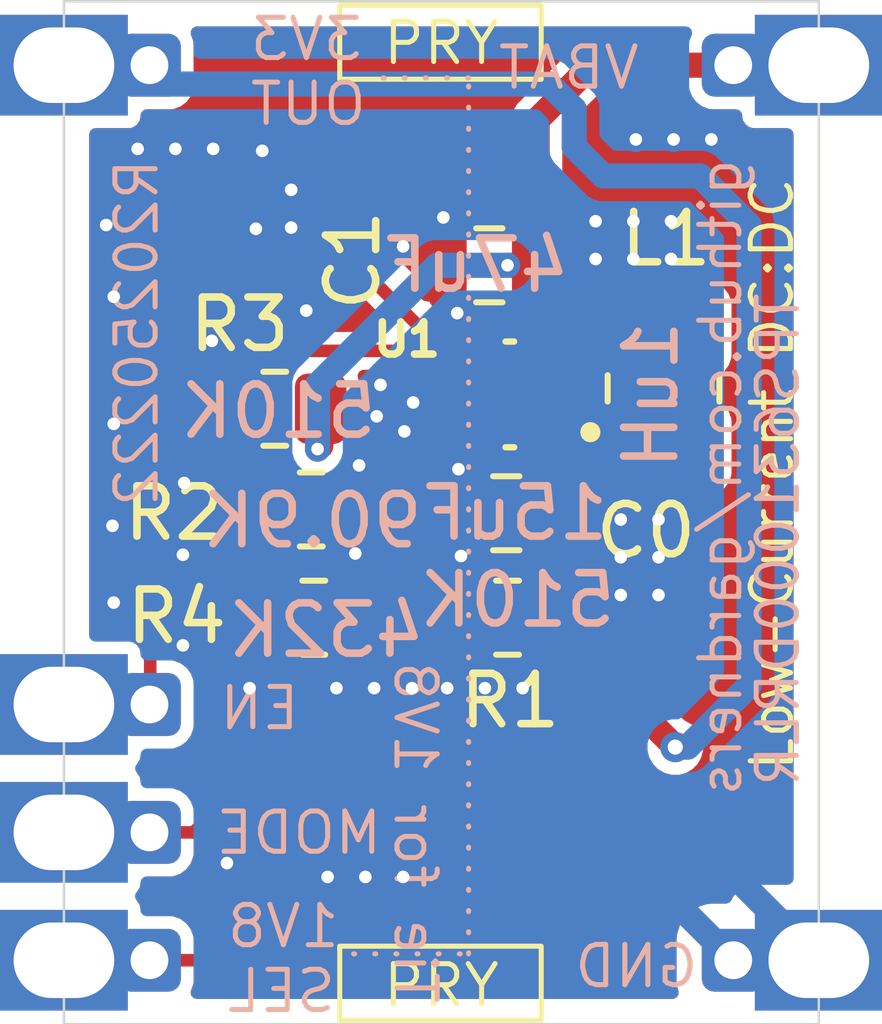
<source format=kicad_pcb>
(kicad_pcb (version 20241229) (generator "pcbnew") (generator_version "9.0")
  (title_block (title "megaphone-low-current-dc-dc-converter") (rev "0.2"))
  (layers (0 "F.Cu" signal) (2 "B.Cu" signal) (13 "F.Paste" user) (15 "B.Paste" user) (5 "F.SilkS" user "F.Silkscreen") (7 "B.SilkS" user "B.Silkscreen") (1 "F.Mask" user) (3 "B.Mask" user) (25 "Edge.Cuts" user))
  (net 0 "")
  (net 1 "VBAT")
  (net 2 "VOUT")
  (net 3 "EN")
  (net 4 "Net-(U1-LX2)")
  (net 5 "Net-(U1-LX1)")
  (net 6 "SEL1V8")
  (net 7 "Net-(U1-FB)")
  (net 8 "MODE")
  (net 9 "GND")
  (footprint "Capacitor_SMD:C_0805_2012Metric" (layer "F.Cu") (at 121.188 70.65)
    (property "Reference" "C1" (at -2.713 -0.1 90) (layer "F.SilkS"))
    (property "Value" "47uF" (at -0.266 0 0) (layer "B.SilkS") (effects (justify mirror)))
    (fp_line (start -0.261252 -0.735) (end 0.261252 -0.735) (stroke (width 0.12)) (layer "F.SilkS"))
    (fp_line (start -0.261252 0.735) (end 0.261252 0.735) (stroke (width 0.12)) (layer "F.SilkS"))
    (pad "1" smd roundrect (at -0.95 0) (size 1 1.45) (layers "F.Cu" "F.Mask" "F.Paste") (net 9 "GND"))
    (pad "2" smd roundrect (at 0.95 0) (size 1 1.45) (layers "F.Cu" "F.Mask" "F.Paste") (net 1 "VBAT"))
  )
  (footprint "Inductor_SMD:L_1008_2520Metric_Pad1.43x2.20mm_HandSolder" (layer "F.Cu") (at 124.65 73.0955 -90)
    (property "Reference" "L1" (at -2.9705 -0.05 180) (layer "F.SilkS"))
    (property "Value" "1uH" (at 0.1295 0.25 90) (layer "B.SilkS") (effects (justify mirror)))
    (fp_line (start -0.261252 1.11) (end 0.261252 1.11) (stroke (width 0.12)) (layer "F.SilkS"))
    (fp_line (start -0.261252 -1.11) (end 0.261252 -1.11) (stroke (width 0.12)) (layer "F.SilkS"))
    (pad "1" smd roundrect (at -1.1625 0 270) (size 1.425 2.2) (layers "F.Cu" "F.Mask" "F.Paste") (roundrect_rratio 0.175439) (net 5 "Net-(U1-LX1)"))
    (pad "2" smd roundrect (at 1.1625 0 270) (size 1.425 2.2) (layers "F.Cu" "F.Mask" "F.Paste") (roundrect_rratio 0.175439) (net 4 "Net-(U1-LX2)"))
  )
  (footprint "Capacitor_SMD:C_0805_2012Metric" (layer "F.Cu") (at 121.525 75.575 180)
    (property "Reference" "C0" (at -2.775 -0.35 0) (layer "F.SilkS"))
    (property "Value" "15uF" (at -0.175 0 0) (layer "B.SilkS") (effects (justify mirror)))
    (fp_line (start -0.261252 0.735) (end 0.261252 0.735) (stroke (width 0.12)) (layer "F.SilkS"))
    (fp_line (start -0.261252 -0.735) (end 0.261252 -0.735) (stroke (width 0.12)) (layer "F.SilkS"))
    (pad "1" smd roundrect (at -0.95 0 180) (size 1 1.45) (layers "F.Cu" "F.Mask" "F.Paste") (net 2 "VOUT"))
    (pad "2" smd roundrect (at 0.95 0 180) (size 1 1.45) (layers "F.Cu" "F.Mask" "F.Paste") (net 9 "GND"))
  )
  (footprint "Resistor_SMD:R_0805_2012Metric" (layer "F.Cu") (at 117.7 77.65)
    (property "Reference" "R4" (at -2.725 -0.025 0) (layer "F.SilkS"))
    (property "Value" "432K" (at 0.25 0.25 0) (layer "B.SilkS") (effects (justify mirror)))
    (fp_line (start -0.227064 -0.735) (end 0.227064 -0.735) (stroke (width 0.12)) (layer "F.SilkS"))
    (fp_line (start -0.227064 0.735) (end 0.227064 0.735) (stroke (width 0.12)) (layer "F.SilkS"))
    (pad "1" smd roundrect (at -0.9125 0) (size 1.025 1.4) (layers "F.Cu" "F.Mask" "F.Paste") (roundrect_rratio 0.243902) (net 6 "SEL1V8"))
    (pad "2" smd roundrect (at 0.9125 0) (size 1.025 1.4) (layers "F.Cu" "F.Mask" "F.Paste") (roundrect_rratio 0.243902) (net 7 "Net-(U1-FB)"))
  )
  (footprint "Resistor_SMD:R_0805_2012Metric" (layer "F.Cu") (at 121.55 77.65 180)
    (property "Reference" "R1" (at -0.05 -1.65 0) (layer "F.SilkS"))
    (property "Value" "510K" (at -0.2 0.35 0) (layer "B.SilkS") (effects (justify mirror)))
    (fp_line (start -0.227064 0.735) (end 0.227064 0.735) (stroke (width 0.12)) (layer "F.SilkS"))
    (fp_line (start -0.227064 -0.735) (end 0.227064 -0.735) (stroke (width 0.12)) (layer "F.SilkS"))
    (pad "1" smd roundrect (at -0.9125 0 180) (size 1.025 1.4) (layers "F.Cu" "F.Mask" "F.Paste") (roundrect_rratio 0.243902) (net 2 "VOUT"))
    (pad "2" smd roundrect (at 0.9125 0 180) (size 1.025 1.4) (layers "F.Cu" "F.Mask" "F.Paste") (roundrect_rratio 0.243902) (net 7 "Net-(U1-FB)"))
  )
  (footprint "megaphone-low-current-dc-dc-converter:SOT50P160X60-8N" (layer "F.Cu") (at 121.596 73.215 180)
    (property "Reference" "U1" (at 2.046 1.09 0) (layer "F.SilkS") (effects (font (size 0.64 0.64))))
    (property "Value" "TPS631000DRLR" (at -5.329 -2.885 90) (layer "B.SilkS") (effects (font (size 0.8 0.8) (thickness 0.1)) (justify mirror)))
    (fp_line (start 0.085 1.05) (end -0.085 1.05) (stroke (width 0.127)) (layer "F.SilkS"))
    (fp_line (start -0.085 -1.05) (end 0.085 -1.05) (stroke (width 0.127)) (layer "F.SilkS"))
    (fp_circle (center -1.6 -0.75) (end -1.5 -0.75) (stroke (width 0.2)) (fill no) (layer "F.SilkS"))
    (pad "1" smd rect (at -0.735 -0.75 180) (size 0.66 0.32) (layers "F.Cu" "F.Paste") (net 2 "VOUT"))
    (pad "2" smd rect (at -0.735 -0.25 180) (size 0.66 0.32) (layers "F.Cu" "F.Paste") (net 4 "Net-(U1-LX2)"))
    (pad "3" smd rect (at -0.735 0.25 180) (size 0.66 0.32) (layers "F.Cu" "F.Paste") (net 5 "Net-(U1-LX1)"))
    (pad "4" smd rect (at -0.735 0.75 180) (size 0.66 0.32) (layers "F.Cu" "F.Paste") (net 1 "VBAT"))
    (pad "5" smd rect (at 0.735 0.75 180) (size 0.66 0.32) (layers "F.Cu" "F.Paste") (net 3 "EN"))
    (pad "6" smd rect (at 0.735 0.25 180) (size 0.66 0.32) (layers "F.Cu" "F.Paste") (net 8 "MODE"))
    (pad "7" smd rect (at 0.735 -0.25 180) (size 0.66 0.32) (layers "F.Cu" "F.Paste") (net 9 "GND"))
    (pad "8" smd rect (at 0.735 -0.75 180) (size 0.66 0.32) (layers "F.Cu" "F.Paste") (net 7 "Net-(U1-FB)"))
  )
  (footprint "Resistor_SMD:R_0805_2012Metric" (layer "F.Cu") (at 117.65 75.5)
    (property "Reference" "R2" (at -2.725 0.075 0) (layer "F.SilkS"))
    (property "Value" "90.9K" (at 0.025 0.225 0) (layer "B.SilkS") (effects (justify mirror)))
    (fp_line (start -0.227064 -0.735) (end 0.227064 -0.735) (stroke (width 0.12)) (layer "F.SilkS"))
    (fp_line (start -0.227064 0.735) (end 0.227064 0.735) (stroke (width 0.12)) (layer "F.SilkS"))
    (pad "1" smd roundrect (at -0.9125 0) (size 1.025 1.4) (layers "F.Cu" "F.Mask" "F.Paste") (roundrect_rratio 0.243902) (net 7 "Net-(U1-FB)"))
    (pad "2" smd roundrect (at 0.9125 0) (size 1.025 1.4) (layers "F.Cu" "F.Mask" "F.Paste") (roundrect_rratio 0.243902) (net 9 "GND"))
  )
  (footprint "Resistor_SMD:R_0805_2012Metric" (layer "F.Cu") (at 116.925 73.5 180)
    (property "Reference" "R3" (at 0.7 1.675 0) (layer "F.SilkS"))
    (property "Value" "510K" (at -0.075 -0.05 0) (layer "B.SilkS") (effects (justify mirror)))
    (fp_line (start -0.227064 0.735) (end 0.227064 0.735) (stroke (width 0.12)) (layer "F.SilkS"))
    (fp_line (start -0.227064 -0.735) (end 0.227064 -0.735) (stroke (width 0.12)) (layer "F.SilkS"))
    (pad "1" smd roundrect (at -0.9125 0 180) (size 1.025 1.4) (layers "F.Cu" "F.Mask" "F.Paste") (roundrect_rratio 0.243902) (net 1 "VBAT"))
    (pad "2" smd roundrect (at 0.9125 0 180) (size 1.025 1.4) (layers "F.Cu" "F.Mask" "F.Paste") (roundrect_rratio 0.243902) (net 8 "MODE"))
  )
  (footprint "megaphone-low-current-dc-dc-converter Footprint Library:MegaCastle2x8-Module-I15.0x15.5-M8187-SPAREPAD" (layer "B.Cu") (at 120.235 75.565 180)
    (property "Reference" "M2" (hide yes))
    (property "Value" "~" (hide yes))
    (fp_rect (start -1.984241 8.611) (end 2.019516 10.08) (stroke (width 0.1)) (fill no) (layer "F.SilkS"))
    (fp_rect (start -1.984241 -8.611) (end 2.019516 -10.08) (stroke (width 0.1)) (fill no) (layer "F.SilkS"))
    (fp_line (start 7.5 10.16) (end 7.5 -10.16) (stroke (width 0.05)) (layer "Edge.Cuts"))
    (fp_line (start -7.5 10.16) (end 7.5 10.16) (stroke (width 0.05)) (layer "Edge.Cuts"))
    (fp_line (start -7.5 10.16) (end -7.5 -10.16) (stroke (width 0.05)) (layer "Edge.Cuts"))
    (fp_line (start -7.5 -10.16) (end 7.5 -10.16) (stroke (width 0.05)) (layer "Edge.Cuts"))
    (fp_text user "PRY" (at 0 8.86 0) (layer "F.SilkS") (effects (font (size 0.8 0.8) (thickness 0.1)) (justify bottom)))
    (fp_text user "PRY" (at 0 -9.86 0) (layer "F.SilkS") (effects (font (size 0.8 0.8) (thickness 0.1)) (justify bottom)))
    (pad "1" thru_hole rect (at -7.5 8.89 180) (size 2.54 2) (drill oval 2 1.5) (property pad_prop_castellated) (layers "*.Cu" "*.Mask") (net 1 "VBAT"))
    (pad "1" thru_hole roundrect (at -5.8 8.89) (size 1.25 1.25) (drill 0.75) (layers "*.Cu" "*.Mask") (roundrect_rratio 0.2) (net 1 "VBAT"))
    (pad "8" thru_hole rect (at -7.5 -8.89 180) (size 2.54 2) (drill oval 2 1.5) (property pad_prop_castellated) (layers "*.Cu" "*.Mask") (net 9 "GND"))
    (pad "8" thru_hole roundrect (at -5.8 -8.89) (size 1.25 1.25) (drill 0.75) (layers "*.Cu" "*.Mask") (roundrect_rratio 0.2) (net 9 "GND"))
    (pad "9" thru_hole roundrect (at 5.8 8.89) (size 1.25 1.25) (drill 0.75) (layers "*.Cu" "*.Mask") (roundrect_rratio 0.2) (net 2 "VOUT"))
    (pad "9" thru_hole rect (at 7.5 8.89 180) (size 2.54 2) (drill oval 2 1.5) (property pad_prop_castellated) (layers "*.Cu" "*.Mask") (net 2 "VOUT"))
    (pad "14" thru_hole roundrect (at 5.8 -3.81) (size 1.25 1.25) (drill 0.75) (layers "*.Cu" "*.Mask") (roundrect_rratio 0.2) (net 3 "EN"))
    (pad "14" thru_hole rect (at 7.5 -3.81 180) (size 2.54 2) (drill oval 2 1.5) (property pad_prop_castellated) (layers "*.Cu" "*.Mask") (net 3 "EN"))
    (pad "15" thru_hole roundrect (at 5.8 -6.35) (size 1.25 1.25) (drill 0.75) (layers "*.Cu" "*.Mask") (roundrect_rratio 0.2) (net 8 "MODE"))
    (pad "15" thru_hole rect (at 7.5 -6.35 180) (size 2.54 2) (drill oval 2 1.5) (property pad_prop_castellated) (layers "*.Cu" "*.Mask") (net 8 "MODE"))
    (pad "16" thru_hole roundrect (at 5.8 -8.89) (size 1.25 1.25) (drill 0.75) (layers "*.Cu" "*.Mask") (roundrect_rratio 0.2) (net 6 "SEL1V8"))
    (pad "16" thru_hole rect (at 7.5 -8.89 180) (size 2.54 2) (drill oval 2 1.5) (property pad_prop_castellated) (layers "*.Cu" "*.Mask") (net 6 "SEL1V8"))
  )
  (gr_line (start 118.491 84.328) (end 120.777 84.328) (stroke (width 0.1) (type dot)) (layer "B.SilkS"))
  (gr_line (start 120.777 84.328) (end 120.777 66.929) (stroke (width 0.1) (type dot)) (layer "B.SilkS"))
  (gr_line (start 120.777 66.929) (end 118.872 66.929) (stroke (width 0.1) (type dot)) (layer "B.SilkS"))
  (gr_text "Low-Current DC:DC " (at 127.275 80.75 90) (layer "F.SilkS") (effects (font (size 0.8 0.8) (thickness 0.1)) (justify left bottom)))
  (gr_text "VBAT" (at 121.3104 66.7258 0) (layer "B.SilkS") (effects (font (size 0.8 0.8) (thickness 0.1)) (justify right mirror)))
  (gr_text "1V8\nSEL" (at 115.925 84.425 0) (layer "B.SilkS") (effects (font (size 0.8 0.8) (thickness 0.1)) (justify right mirror)))
  (gr_text "GND" (at 122.825 84.575 0) (layer "B.SilkS") (effects (font (size 0.8 0.8) (thickness 0.1)) (justify right mirror)))
  (gr_text "R20250222" (at 114.65 68.475 90) (layer "B.SilkS") (effects (font (size 0.8 0.8) (thickness 0.1)) (justify left bottom mirror)))
  (gr_text "EN" (at 115.775 79.45 0) (layer "B.SilkS") (effects (font (size 0.8 0.8) (thickness 0.1)) (justify right mirror)))
  (gr_text "Tie for 1V8" (at 119.25 85.375 -90) (layer "B.SilkS") (effects (font (size 0.8 0.8) (thickness 0.1)) (justify left bottom mirror)))
  (gr_text "github.com/gardners" (at 126.25 68.475 90) (layer "B.SilkS") (effects (font (size 0.8 0.8) (thickness 0.1)) (justify left bottom mirror)))
  (gr_text "3V3\nOUT" (at 116.3828 66.802 0) (layer "B.SilkS") (effects (font (size 0.8 0.8) (thickness 0.1)) (justify right mirror)))
  (gr_text "MODE" (at 115.7 81.925 0) (layer "B.SilkS") (effects (font (size 0.8 0.8) (thickness 0.1)) (justify right mirror)))
  (segment (start 122.138 70.917) (end 122.138 70.65) (width 0.25) (layer "F.Cu") (net 1))
  (segment (start 117.8375 73.5) (end 117.8375 74.2375) (width 0.5) (layer "F.Cu") (net 1))
  (segment (start 122.331 72.465) (end 122.331 71.11) (width 0.25) (layer "F.Cu") (net 1))
  (segment (start 121.55 70.65) (end 122.138 70.65) (width 0.5) (layer "F.Cu") (net 1))
  (segment (start 122.138 67.762) (end 123.225 66.675) (width 0.5) (layer "F.Cu") (net 1))
  (segment (start 122.331 71.11) (end 122.138 70.917) (width 0.25) (layer "F.Cu") (net 1))
  (segment (start 117.8375 74.2375) (end 117.775 74.3) (width 0.5) (layer "F.Cu") (net 1))
  (segment (start 122.138 70.65) (end 122.138 67.762) (width 0.5) (layer "F.Cu") (net 1))
  (segment (start 123.225 66.675) (end 126.035 66.675) (width 0.5) (layer "F.Cu") (net 1))
  (via (at 117.775 74.3) (size 0.5) (drill 0.25) (layers "F.Cu" "B.Cu") (net 1))
  (via (at 121.55 70.65) (size 0.5) (drill 0.25) (layers "F.Cu" "B.Cu") (net 1))
  (segment (start 117.775 73.025) (end 120.15 70.65) (width 0.5) (layer "B.Cu") (net 1))
  (segment (start 117.775 74.3) (end 117.775 73.025) (width 0.5) (layer "B.Cu") (net 1))
  (segment (start 120.15 70.65) (end 121.55 70.65) (width 0.5) (layer "B.Cu") (net 1))
  (segment (start 122.4625 77.65) (end 122.4625 75.5875) (width 0.5) (layer "F.Cu") (net 2))
  (segment (start 122.4625 77.65) (end 122.4625 77.8005) (width 0.5) (layer "F.Cu") (net 2))
  (segment (start 122.331 75.431) (end 122.475 75.575) (width 0.25) (layer "F.Cu") (net 2))
  (segment (start 122.331 73.965) (end 122.331 75.431) (width 0.25) (layer "F.Cu") (net 2))
  (segment (start 122.4625 77.8005) (end 124.883 80.221) (width 0.5) (layer "F.Cu") (net 2))
  (segment (start 122.4625 75.5875) (end 122.475 75.575) (width 0.25) (layer "F.Cu") (net 2))
  (via (at 124.883 80.221) (size 0.6) (drill 0.3) (layers "F.Cu" "B.Cu") (net 2))
  (segment (start 126.35 69.85) (end 125.375 68.875) (width 0.5) (layer "B.Cu") (net 2))
  (segment (start 114.6 66.84) (end 114.435 66.675) (width 0.5) (layer "B.Cu") (net 2))
  (segment (start 125.129 80.221) (end 126.35 79) (width 0.5) (layer "B.Cu") (net 2))
  (segment (start 125.375 68.875) (end 123.45 68.875) (width 0.5) (layer "B.Cu") (net 2))
  (segment (start 124.883 80.221) (end 125.129 80.221) (width 0.5) (layer "B.Cu") (net 2))
  (segment (start 122.875 68.3) (end 122.875 67.55) (width 0.5) (layer "B.Cu") (net 2))
  (segment (start 114.81 67.05) (end 114.435 66.675) (width 0.5) (layer "B.Cu") (net 2))
  (segment (start 122.875 67.55) (end 122.375 67.05) (width 0.5) (layer "B.Cu") (net 2))
  (segment (start 123.45 68.875) (end 122.875 68.3) (width 0.5) (layer "B.Cu") (net 2))
  (segment (start 122.375 67.05) (end 114.81 67.05) (width 0.5) (layer "B.Cu") (net 2))
  (segment (start 126.35 79) (end 126.35 69.85) (width 0.5) (layer "B.Cu") (net 2))
  (segment (start 114.45 79.36) (end 114.435 79.375) (width 0.25) (layer "F.Cu") (net 3))
  (segment (start 114.45 72.45) (end 114.45 79.36) (width 0.25) (layer "F.Cu") (net 3))
  (segment (start 116.05 70.85) (end 114.45 72.45) (width 0.25) (layer "F.Cu") (net 3))
  (segment (start 118.775 70.85) (end 116.05 70.85) (width 0.25) (layer "F.Cu") (net 3))
  (segment (start 120.39 72.465) (end 118.775 70.85) (width 0.25) (layer "F.Cu") (net 3))
  (segment (start 120.861 72.465) (end 120.39 72.465) (width 0.25) (layer "F.Cu") (net 3))
  (segment (start 123.57 73.465) (end 124.363 74.258) (width 0.25) (layer "F.Cu") (net 4))
  (segment (start 122.331 73.465) (end 123.57 73.465) (width 0.25) (layer "F.Cu") (net 4))
  (segment (start 124.363 74.258) (end 124.65 74.258) (width 0.25) (layer "F.Cu") (net 4))
  (segment (start 123.331 72.965) (end 124.363 71.933) (width 0.25) (layer "F.Cu") (net 5))
  (segment (start 122.331 72.965) (end 123.331 72.965) (width 0.25) (layer "F.Cu") (net 5))
  (segment (start 124.363 71.933) (end 124.65 71.933) (width 0.25) (layer "F.Cu") (net 5))
  (segment (start 117.275 82.725) (end 115.545 84.455) (width 0.25) (layer "F.Cu") (net 6))
  (segment (start 116.7875 77.65) (end 117.275 78.1375) (width 0.25) (layer "F.Cu") (net 6))
  (segment (start 115.545 84.455) (end 114.435 84.455) (width 0.25) (layer "F.Cu") (net 6))
  (segment (start 117.275 78.1375) (end 117.275 82.725) (width 0.25) (layer "F.Cu") (net 6))
  (segment (start 118.6125 77.65) (end 119.625 77.65) (width 0.5) (layer "F.Cu") (net 7))
  (segment (start 119.625 77.65) (end 120.6375 77.65) (width 0.5) (layer "F.Cu") (net 7))
  (segment (start 116.7375 75.5) (end 116.7375 75.775) (width 0.5) (layer "F.Cu") (net 7))
  (segment (start 120.861 73.965) (end 120.335 73.965) (width 0.25) (layer "F.Cu") (net 7))
  (segment (start 120.335 73.965) (end 119.625 74.675) (width 0.25) (layer "F.Cu") (net 7))
  (segment (start 116.7375 75.775) (end 118.6125 77.65) (width 0.5) (layer "F.Cu") (net 7))
  (segment (start 119.625 74.675) (end 119.625 77.65) (width 0.25) (layer "F.Cu") (net 7))
  (segment (start 116.0125 73.5) (end 116.0125 74.1125) (width 0.25) (layer "F.Cu") (net 8))
  (segment (start 120.115 72.965) (end 119.5 72.35) (width 0.25) (layer "F.Cu") (net 8))
  (segment (start 119.5 72.35) (end 116.5 72.35) (width 0.25) (layer "F.Cu") (net 8))
  (segment (start 116.0125 74.1125) (end 115.75 74.375) (width 0.25) (layer "F.Cu") (net 8))
  (segment (start 116.0125 72.8375) (end 116.0125 73.5) (width 0.25) (layer "F.Cu") (net 8))
  (segment (start 120.861 72.965) (end 120.115 72.965) (width 0.25) (layer "F.Cu") (net 8))
  (segment (start 115.31 81.915) (end 114.435 81.915) (width 0.25) (layer "F.Cu") (net 8))
  (segment (start 115.75 74.375) (end 115.75 81.475) (width 0.25) (layer "F.Cu") (net 8))
  (segment (start 115.75 81.475) (end 115.31 81.915) (width 0.25) (layer "F.Cu") (net 8))
  (segment (start 116.5 72.35) (end 116.0125 72.8375) (width 0.25) (layer "F.Cu") (net 8))
  (segment (start 120.238 71.288) (end 120.55 71.6) (width 0.5) (layer "F.Cu") (net 9))
  (segment (start 118.5625 75.5) (end 118.5625 76.3375) (width 0.25) (layer "F.Cu") (net 9))
  (segment (start 120.575 76.375) (end 120.625 76.425) (width 0.25) (layer "F.Cu") (net 9))
  (segment (start 119.675 73.375) (end 119.225 73.375) (width 0.25) (layer "F.Cu") (net 9))
  (segment (start 120.575 75.575) (end 120.575 74.7) (width 0.25) (layer "F.Cu") (net 9))
  (segment (start 118.5625 76.3375) (end 118.525 76.375) (width 0.25) (layer "F.Cu") (net 9))
  (segment (start 119.675 73.375) (end 119.5 73.55) (width 0.25) (layer "F.Cu") (net 9))
  (segment (start 119.675 73.375) (end 119.375 73.375) (width 0.25) (layer "F.Cu") (net 9))
  (segment (start 119.85 70.65) (end 120.238 70.65) (width 0.5) (layer "F.Cu") (net 9))
  (segment (start 120.238 70.65) (end 120.238 71.288) (width 0.5) (layer "F.Cu") (net 9))
  (segment (start 119.375 73.375) (end 119.025 73.025) (width 0.25) (layer "F.Cu") (net 9))
  (segment (start 120.861 73.465) (end 119.765 73.465) (width 0.25) (layer "F.Cu") (net 9))
  (segment (start 120.575 75.575) (end 120.575 76.375) (width 0.25) (layer "F.Cu") (net 9))
  (segment (start 120.238 69.737) (end 120.275 69.7) (width 0.5) (layer "F.Cu") (net 9))
  (segment (start 119.475 70.275) (end 119.85 70.65) (width 0.5) (layer "F.Cu") (net 9))
  (segment (start 120.238 70.65) (end 120.238 69.737) (width 0.5) (layer "F.Cu") (net 9))
  (segment (start 119.225 73.375) (end 118.95 73.65) (width 0.25) (layer "F.Cu") (net 9))
  (segment (start 119.765 73.465) (end 119.675 73.375) (width 0.25) (layer "F.Cu") (net 9))
  (segment (start 118.5625 74.6625) (end 118.6 74.625) (width 0.25) (layer "F.Cu") (net 9))
  (segment (start 119.5 73.55) (end 119.5 73.95) (width 0.25) (layer "F.Cu") (net 9))
  (segment (start 118.5625 75.5) (end 118.5625 74.6625) (width 0.25) (layer "F.Cu") (net 9))
  (via (at 124.55 76.45) (size 0.5) (drill 0.25) (layers "F.Cu" "B.Cu") (net 9))
  (via (at 120.55 71.6) (size 0.5) (drill 0.25) (layers "F.Cu" "B.Cu") (net 9))
  (via (at 121.85 79.05) (size 0.5) (drill 0.25) (layers "F.Cu" "B.Cu") (net 9))
  (via (at 124.55 75.7) (size 0.5) (drill 0.25) (layers "F.Cu" "B.Cu") (net 9))
  (via (at 119.475 70.275) (size 0.5) (drill 0.25) (layers "F.Cu" "B.Cu") (net 9))
  (via (at 125.6 68.15) (size 0.5) (drill 0.25) (layers "F.Cu" "B.Cu") (net 9))
  (via (at 116.676 68.376) (size 0.5) (drill 0.25) (layers "F.Cu" "B.Cu") (net 9))
  (via (at 120.625 76.425) (size 0.5) (drill 0.25) (layers "F.Cu" "B.Cu") (net 9))
  (via (at 113.575 69.85) (size 0.5) (drill 0.25) (layers "F.Cu" "B.Cu") (net 9))
  (via (at 114.2 68.337) (size 0.5) (drill 0.25) (layers "F.Cu" "B.Cu") (net 9))
  (via (at 115.675 72.15) (size 0.5) (drill 0.25) (layers "F.Cu" "B.Cu") (net 9))
  (via (at 120.275 69.7) (size 0.5) (drill 0.25) (layers "F.Cu" "B.Cu") (net 9))
  (via (at 124.05 70.525) (size 0.5) (drill 0.25) (layers "F.Cu" "B.Cu") (net 9))
  (via (at 121.1 79.05) (size 0.5) (drill 0.25) (layers "F.Cu" "B.Cu") (net 9))
  (via (at 118.95 73.65) (size 0.5) (drill 0.25) (layers "F.Cu" "B.Cu") (net 9))
  (via (at 113.725 73.8) (size 0.5) (drill 0.25) (layers "F.Cu" "B.Cu") (net 9))
  (via (at 124.8 70.525) (size 0.5) (drill 0.25) (layers "F.Cu" "B.Cu") (net 9))
  (via (at 124.55 77.2) (size 0.5) (drill 0.25) (layers "F.Cu" "B.Cu") (net 9))
  (via (at 115.1 78.2) (size 0.5) (drill 0.25) (layers "F.Cu" "B.Cu") (net 9))
  (via (at 115.7 68.337) (size 0.5) (drill 0.25) (layers "F.Cu" "B.Cu") (net 9))
  (via (at 113.725 71.275) (size 0.5) (drill 0.25) (layers "F.Cu" "B.Cu") (net 9))
  (via (at 120.575 74.7) (size 0.5) (drill 0.25) (layers "F.Cu" "B.Cu") (net 9))
  (via (at 115.975 82.525) (size 0.5) (drill 0.25) (layers "F.Cu" "B.Cu") (net 9))
  (via (at 119.475 82.8) (size 0.5) (drill 0.25) (layers "F.Cu" "B.Cu") (net 9))
  (via (at 123.3 70.525) (size 0.5) (drill 0.25) (layers "F.Cu" "B.Cu") (net 9))
  (via (at 114.95 68.337) (size 0.5) (drill 0.25) (layers "F.Cu" "B.Cu") (net 9))
  (via (at 124.1 68.15) (size 0.5) (drill 0.25) (layers "F.Cu" "B.Cu") (net 9))
  (via (at 116.55 69.925) (size 0.5) (drill 0.25) (layers "F.Cu" "B.Cu") (net 9))
  (via (at 118.525 76.375) (size 0.5) (drill 0.25) (layers "F.Cu" "B.Cu") (net 9))
  (via (at 118.6 74.625) (size 0.5) (drill 0.25) (layers "F.Cu" "B.Cu") (net 9))
  (via (at 123.8 75.7) (size 0.5) (drill 0.25) (layers "F.Cu" "B.Cu") (net 9))
  (via (at 119.675 73.375) (size 0.5) (drill 0.25) (layers "F.Cu" "B.Cu") (net 9))
  (via (at 117.975 82.8) (size 0.5) (drill 0.25) (layers "F.Cu" "B.Cu") (net 9))
  (via (at 119.025 73.025) (size 0.5) (drill 0.25) (layers "F.Cu" "B.Cu") (net 9))
  (via (at 115.125 74.975) (size 0.5) (drill 0.25) (layers "F.Cu" "B.Cu") (net 9))
  (via (at 118.725 82.8) (size 0.5) (drill 0.25) (layers "F.Cu" "B.Cu") (net 9))
  (via (at 124.05 69.775) (size 0.5) (drill 0.25) (layers "F.Cu" "B.Cu") (net 9))
  (via (at 113.7 75.825) (size 0.5) (drill 0.25) (layers "F.Cu" "B.Cu") (net 9))
  (via (at 118.15 79.05) (size 0.5) (drill 0.25) (layers "F.Cu" "B.Cu") (net 9))
  (via (at 119.5 73.95) (size 0.5) (drill 0.25) (layers "F.Cu" "B.Cu") (net 9))
  (via (at 120.35 79.05) (size 0.5) (drill 0.25) (layers "F.Cu" "B.Cu") (net 9))
  (via (at 117.251 69.151) (size 0.5) (drill 0.25) (layers "F.Cu" "B.Cu") (net 9))
  (via (at 113.725 77.35) (size 0.5) (drill 0.25) (layers "F.Cu" "B.Cu") (net 9))
  (via (at 123.3 69.775) (size 0.5) (drill 0.25) (layers "F.Cu" "B.Cu") (net 9))
  (via (at 119.65 79.05) (size 0.5) (drill 0.25) (layers "F.Cu" "B.Cu") (net 9))
  (via (at 123.8 77.2) (size 0.5) (drill 0.25) (layers "F.Cu" "B.Cu") (net 9))
  (via (at 124.85 68.15) (size 0.5) (drill 0.25) (layers "F.Cu" "B.Cu") (net 9))
  (via (at 115.1 76.4) (size 0.5) (drill 0.25) (layers "F.Cu" "B.Cu") (net 9))
  (via (at 118.9 79.05) (size 0.5) (drill 0.25) (layers "F.Cu" "B.Cu") (net 9))
  (via (at 124.8 69.775) (size 0.5) (drill 0.25) (layers "F.Cu" "B.Cu") (net 9))
  (via (at 116.425 79.05) (size 0.5) (drill 0.25) (layers "F.Cu" "B.Cu") (net 9))
  (via (at 117.251 69.901) (size 0.5) (drill 0.25) (layers "F.Cu" "B.Cu") (net 9))
  (via (at 117.55 71.55) (size 0.5) (drill 0.25) (layers "F.Cu" "B.Cu") (net 9))
  (via (at 123.8 76.45) (size 0.5) (drill 0.25) (layers "F.Cu" "B.Cu") (net 9))
  (zone (net 9) (net_name "GND") (layers "F.Cu" "B.Cu") (connect_pads (clearance 0.25)) (min_thickness 0.25) (fill yes (thermal_gap 0.5) (thermal_bridge_width 0.5))
    (polygon (pts (xy 112.735 65.405) (xy 127.735 65.405) (xy 127.735 85.725) (xy 112.735 85.725)))
  )
)
</source>
